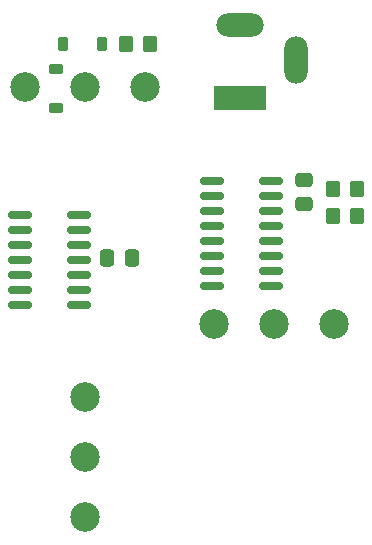
<source format=gbr>
%TF.GenerationSoftware,KiCad,Pcbnew,7.0.1*%
%TF.CreationDate,2023-11-18T18:07:09+02:00*%
%TF.ProjectId,Micr0,4d696372-302e-46b6-9963-61645f706362,rev?*%
%TF.SameCoordinates,Original*%
%TF.FileFunction,Soldermask,Bot*%
%TF.FilePolarity,Negative*%
%FSLAX46Y46*%
G04 Gerber Fmt 4.6, Leading zero omitted, Abs format (unit mm)*
G04 Created by KiCad (PCBNEW 7.0.1) date 2023-11-18 18:07:09*
%MOMM*%
%LPD*%
G01*
G04 APERTURE LIST*
G04 Aperture macros list*
%AMRoundRect*
0 Rectangle with rounded corners*
0 $1 Rounding radius*
0 $2 $3 $4 $5 $6 $7 $8 $9 X,Y pos of 4 corners*
0 Add a 4 corners polygon primitive as box body*
4,1,4,$2,$3,$4,$5,$6,$7,$8,$9,$2,$3,0*
0 Add four circle primitives for the rounded corners*
1,1,$1+$1,$2,$3*
1,1,$1+$1,$4,$5*
1,1,$1+$1,$6,$7*
1,1,$1+$1,$8,$9*
0 Add four rect primitives between the rounded corners*
20,1,$1+$1,$2,$3,$4,$5,0*
20,1,$1+$1,$4,$5,$6,$7,0*
20,1,$1+$1,$6,$7,$8,$9,0*
20,1,$1+$1,$8,$9,$2,$3,0*%
G04 Aperture macros list end*
%ADD10C,2.500000*%
%ADD11RoundRect,0.225000X-0.225000X-0.375000X0.225000X-0.375000X0.225000X0.375000X-0.225000X0.375000X0*%
%ADD12RoundRect,0.250000X-0.350000X-0.450000X0.350000X-0.450000X0.350000X0.450000X-0.350000X0.450000X0*%
%ADD13RoundRect,0.150000X-0.850000X-0.150000X0.850000X-0.150000X0.850000X0.150000X-0.850000X0.150000X0*%
%ADD14R,4.500000X2.000000*%
%ADD15O,4.000000X2.000000*%
%ADD16O,2.000000X4.000000*%
%ADD17RoundRect,0.225000X0.375000X-0.225000X0.375000X0.225000X-0.375000X0.225000X-0.375000X-0.225000X0*%
%ADD18RoundRect,0.250000X0.350000X0.450000X-0.350000X0.450000X-0.350000X-0.450000X0.350000X-0.450000X0*%
%ADD19RoundRect,0.150000X0.825000X0.150000X-0.825000X0.150000X-0.825000X-0.150000X0.825000X-0.150000X0*%
%ADD20RoundRect,0.250000X-0.337500X-0.475000X0.337500X-0.475000X0.337500X0.475000X-0.337500X0.475000X0*%
%ADD21RoundRect,0.250000X0.475000X-0.337500X0.475000X0.337500X-0.475000X0.337500X-0.475000X-0.337500X0*%
G04 APERTURE END LIST*
D10*
%TO.C,RV2*%
X108580000Y-51850000D03*
X103500000Y-51850000D03*
X98420000Y-51850000D03*
%TD*%
%TO.C,RV3*%
X103500000Y-78120000D03*
X103500000Y-83200000D03*
X103500000Y-88280000D03*
%TD*%
%TO.C,RV1*%
X114420000Y-71900000D03*
X119500000Y-71900000D03*
X124580000Y-71900000D03*
%TD*%
D11*
%TO.C,D2*%
X101600000Y-48250000D03*
X104900000Y-48250000D03*
%TD*%
D12*
%TO.C,R16*%
X124500000Y-62750000D03*
X126500000Y-62750000D03*
%TD*%
D13*
%TO.C,U2*%
X114250000Y-68695000D03*
X114250000Y-67425000D03*
X114250000Y-66155000D03*
X114250000Y-64885000D03*
X114250000Y-63615000D03*
X114250000Y-62345000D03*
X114250000Y-61075000D03*
X114250000Y-59805000D03*
X119250000Y-59805000D03*
X119250000Y-61075000D03*
X119250000Y-62345000D03*
X119250000Y-63615000D03*
X119250000Y-64885000D03*
X119250000Y-66155000D03*
X119250000Y-67425000D03*
X119250000Y-68695000D03*
%TD*%
D14*
%TO.C,J3*%
X116650000Y-52800000D03*
D15*
X116650000Y-46600000D03*
D16*
X121350000Y-49600000D03*
%TD*%
D17*
%TO.C,D1*%
X101000000Y-53650000D03*
X101000000Y-50350000D03*
%TD*%
D18*
%TO.C,R15*%
X126500000Y-60500000D03*
X124500000Y-60500000D03*
%TD*%
D19*
%TO.C,U1*%
X102975000Y-62690000D03*
X102975000Y-63960000D03*
X102975000Y-65230000D03*
X102975000Y-66500000D03*
X102975000Y-67770000D03*
X102975000Y-69040000D03*
X102975000Y-70310000D03*
X98025000Y-70310000D03*
X98025000Y-69040000D03*
X98025000Y-67770000D03*
X98025000Y-66500000D03*
X98025000Y-65230000D03*
X98025000Y-63960000D03*
X98025000Y-62690000D03*
%TD*%
D20*
%TO.C,C7*%
X105362500Y-66350000D03*
X107437500Y-66350000D03*
%TD*%
D21*
%TO.C,C8*%
X122000000Y-61787500D03*
X122000000Y-59712500D03*
%TD*%
D12*
%TO.C,R6*%
X107000000Y-48250000D03*
X109000000Y-48250000D03*
%TD*%
M02*

</source>
